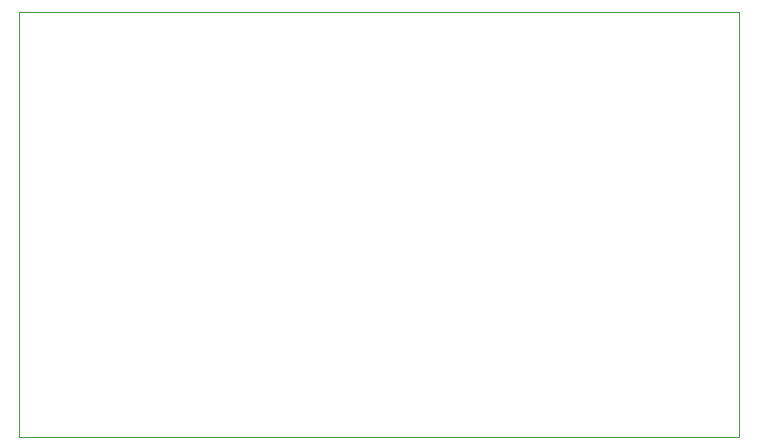
<source format=gbr>
G04 #@! TF.GenerationSoftware,KiCad,Pcbnew,(5.1.5)-3*
G04 #@! TF.CreationDate,2020-05-01T11:47:36-04:00*
G04 #@! TF.ProjectId,amp,616d702e-6b69-4636-9164-5f7063625858,0.6.0*
G04 #@! TF.SameCoordinates,Original*
G04 #@! TF.FileFunction,Profile,NP*
%FSLAX46Y46*%
G04 Gerber Fmt 4.6, Leading zero omitted, Abs format (unit mm)*
G04 Created by KiCad (PCBNEW (5.1.5)-3) date 2020-05-01 11:47:36*
%MOMM*%
%LPD*%
G04 APERTURE LIST*
%ADD10C,0.100000*%
G04 APERTURE END LIST*
D10*
X55000000Y-32000000D02*
X55000000Y-33000000D01*
X116000000Y-32000000D02*
X55000000Y-32000000D01*
X116000000Y-33000000D02*
X116000000Y-32000000D01*
X116000000Y-33000000D02*
X116000000Y-68000000D01*
X116000000Y-68000000D02*
X111000000Y-68000000D01*
X55000000Y-68000000D02*
X55000000Y-33000000D01*
X111000000Y-68000000D02*
X55000000Y-68000000D01*
M02*

</source>
